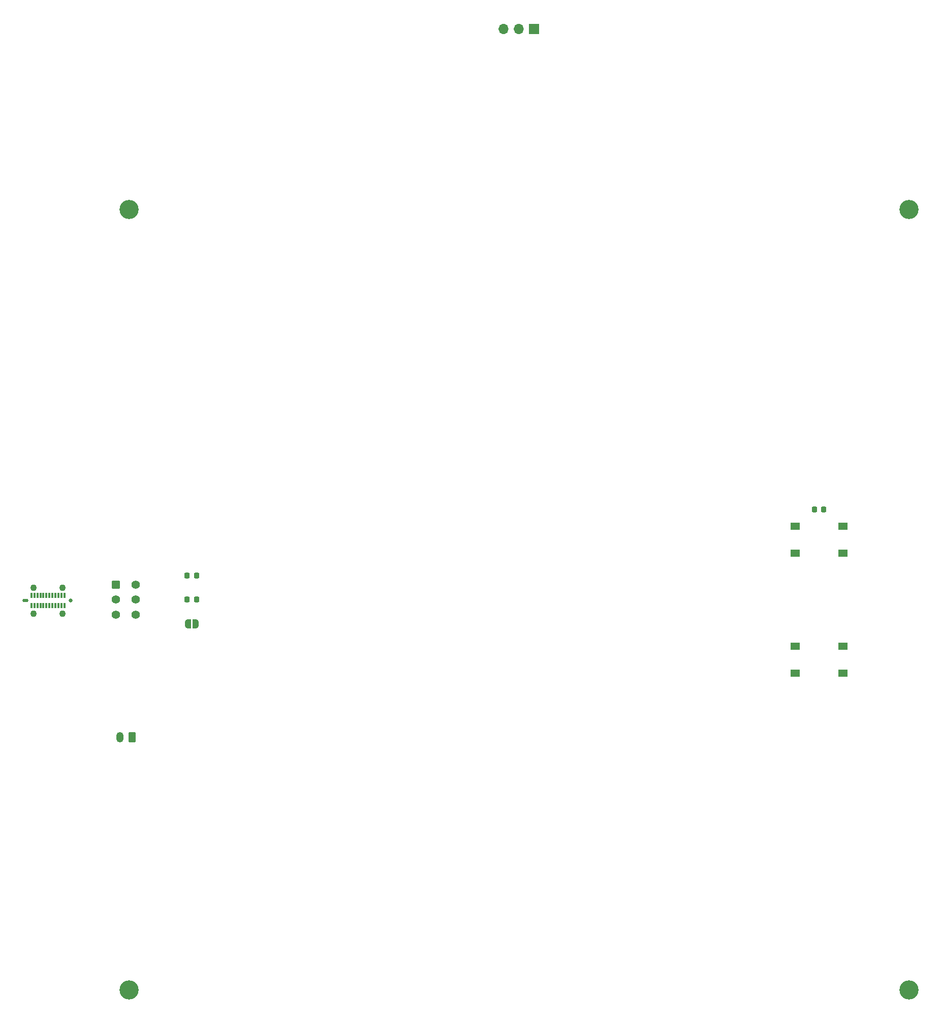
<source format=gbr>
%TF.GenerationSoftware,KiCad,Pcbnew,8.0.4*%
%TF.CreationDate,2024-08-19T15:11:55+02:00*%
%TF.ProjectId,RocSync_testing,526f6353-796e-4635-9f74-657374696e67,rev?*%
%TF.SameCoordinates,Original*%
%TF.FileFunction,Soldermask,Bot*%
%TF.FilePolarity,Negative*%
%FSLAX46Y46*%
G04 Gerber Fmt 4.6, Leading zero omitted, Abs format (unit mm)*
G04 Created by KiCad (PCBNEW 8.0.4) date 2024-08-19 15:11:55*
%MOMM*%
%LPD*%
G01*
G04 APERTURE LIST*
G04 Aperture macros list*
%AMRoundRect*
0 Rectangle with rounded corners*
0 $1 Rounding radius*
0 $2 $3 $4 $5 $6 $7 $8 $9 X,Y pos of 4 corners*
0 Add a 4 corners polygon primitive as box body*
4,1,4,$2,$3,$4,$5,$6,$7,$8,$9,$2,$3,0*
0 Add four circle primitives for the rounded corners*
1,1,$1+$1,$2,$3*
1,1,$1+$1,$4,$5*
1,1,$1+$1,$6,$7*
1,1,$1+$1,$8,$9*
0 Add four rect primitives between the rounded corners*
20,1,$1+$1,$2,$3,$4,$5,0*
20,1,$1+$1,$4,$5,$6,$7,0*
20,1,$1+$1,$6,$7,$8,$9,0*
20,1,$1+$1,$8,$9,$2,$3,0*%
%AMFreePoly0*
4,1,19,0.500000,-0.750000,0.000000,-0.750000,0.000000,-0.744911,-0.071157,-0.744911,-0.207708,-0.704816,-0.327430,-0.627875,-0.420627,-0.520320,-0.479746,-0.390866,-0.500000,-0.250000,-0.500000,0.250000,-0.479746,0.390866,-0.420627,0.520320,-0.327430,0.627875,-0.207708,0.704816,-0.071157,0.744911,0.000000,0.744911,0.000000,0.750000,0.500000,0.750000,0.500000,-0.750000,0.500000,-0.750000,
$1*%
%AMFreePoly1*
4,1,19,0.000000,0.744911,0.071157,0.744911,0.207708,0.704816,0.327430,0.627875,0.420627,0.520320,0.479746,0.390866,0.500000,0.250000,0.500000,-0.250000,0.479746,-0.390866,0.420627,-0.520320,0.327430,-0.627875,0.207708,-0.704816,0.071157,-0.744911,0.000000,-0.744911,0.000000,-0.750000,-0.500000,-0.750000,-0.500000,0.750000,0.000000,0.750000,0.000000,0.744911,0.000000,0.744911,
$1*%
G04 Aperture macros list end*
%ADD10RoundRect,0.218750X0.218750X0.256250X-0.218750X0.256250X-0.218750X-0.256250X0.218750X-0.256250X0*%
%ADD11C,3.200000*%
%ADD12R,1.550000X1.300000*%
%ADD13R,1.700000X1.700000*%
%ADD14O,1.700000X1.700000*%
%ADD15FreePoly0,180.000000*%
%ADD16FreePoly1,180.000000*%
%ADD17C,0.660000*%
%ADD18O,1.000000X0.580000*%
%ADD19R,0.300000X0.850000*%
%ADD20C,1.100000*%
%ADD21RoundRect,0.250000X-0.450000X0.450000X-0.450000X-0.450000X0.450000X-0.450000X0.450000X0.450000X0*%
%ADD22C,1.400000*%
%ADD23RoundRect,0.250000X0.350000X0.625000X-0.350000X0.625000X-0.350000X-0.625000X0.350000X-0.625000X0*%
%ADD24O,1.200000X1.750000*%
G04 APERTURE END LIST*
D10*
%TO.C,D243*%
X175787500Y-110000000D03*
X174212500Y-110000000D03*
%TD*%
D11*
%TO.C,H3*%
X190000000Y-190000000D03*
%TD*%
%TO.C,H2*%
X190000000Y-60000000D03*
%TD*%
%TO.C,H1*%
X60000000Y-60000000D03*
%TD*%
%TO.C,H4*%
X60000000Y-190000000D03*
%TD*%
D12*
%TO.C,SW3*%
X178975000Y-112750000D03*
X171025000Y-112750000D03*
X178975000Y-117250000D03*
X171025000Y-117250000D03*
%TD*%
D13*
%TO.C,J3*%
X127525000Y-30000000D03*
D14*
X124985000Y-30000000D03*
X122445000Y-30000000D03*
%TD*%
D15*
%TO.C,JP1*%
X71150000Y-129000000D03*
D16*
X69850000Y-129000000D03*
%TD*%
D17*
%TO.C,J1*%
X50250000Y-125165000D03*
D18*
X42750000Y-125165000D03*
D19*
X49250000Y-124330000D03*
X48750000Y-124330000D03*
X48250000Y-124330000D03*
X47750000Y-124330000D03*
X47250000Y-124330000D03*
X46750000Y-124330000D03*
X46250000Y-124330000D03*
X45750000Y-124330000D03*
X45250000Y-124330000D03*
X44750000Y-124330000D03*
X44250000Y-124330000D03*
X43750000Y-124330000D03*
X43750000Y-126000000D03*
X44250000Y-126000000D03*
X44750000Y-126000000D03*
X45250000Y-126000000D03*
X45750000Y-126000000D03*
X46250000Y-126000000D03*
X46750000Y-126000000D03*
X47250000Y-126000000D03*
X47750000Y-126000000D03*
X48250000Y-126000000D03*
X48750000Y-126000000D03*
X49250000Y-126000000D03*
D20*
X48900000Y-127315000D03*
X48900000Y-123015000D03*
X44100000Y-127315000D03*
X44100000Y-123015000D03*
%TD*%
D10*
%TO.C,D242*%
X71287500Y-121000000D03*
X69712500Y-121000000D03*
%TD*%
D21*
%TO.C,SW1*%
X57857500Y-122500000D03*
D22*
X57857500Y-125000000D03*
X57857500Y-127500000D03*
X61157500Y-127500000D03*
X61157500Y-125000000D03*
X61157500Y-122500000D03*
%TD*%
D23*
%TO.C,J2*%
X60500000Y-147950000D03*
D24*
X58500000Y-147950000D03*
%TD*%
D10*
%TO.C,D241*%
X71287500Y-125000000D03*
X69712500Y-125000000D03*
%TD*%
D12*
%TO.C,SW2*%
X178975000Y-132750000D03*
X171025000Y-132750000D03*
X178975000Y-137250000D03*
X171025000Y-137250000D03*
%TD*%
M02*

</source>
